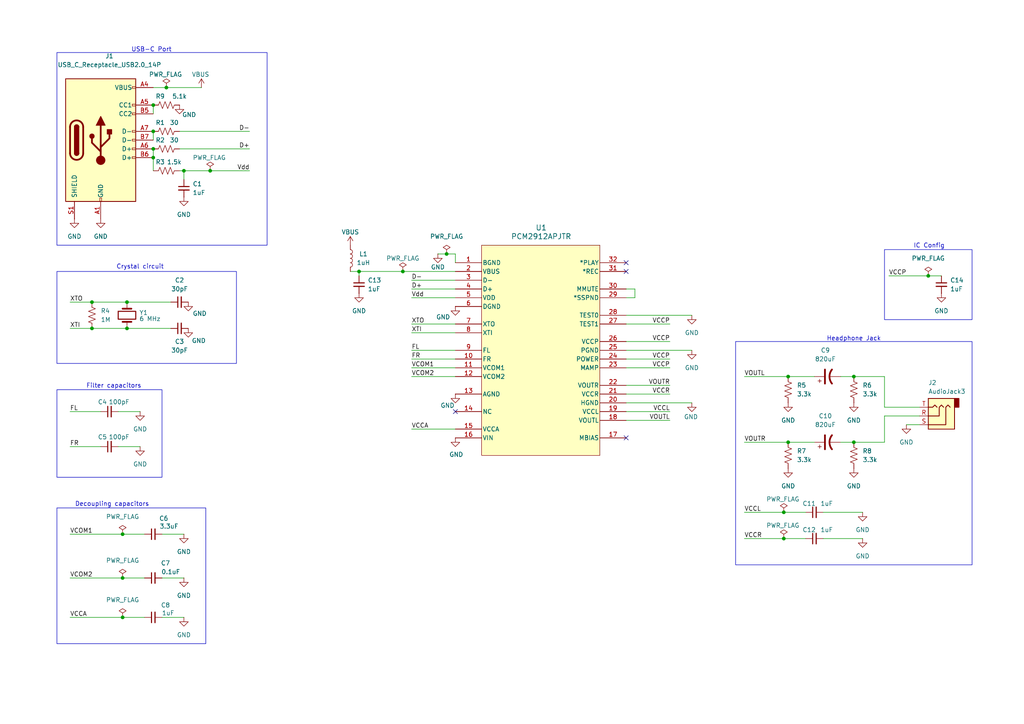
<source format=kicad_sch>
(kicad_sch (version 20231120) (generator "eeschema") (generator_version "8.0")
  (paper "A4")
  (title_block (title "USB DAC"))
  (lib_symbols
    (symbol "2024-07-12_22-03-46:PCM2912APJTR" (pin_names (offset 0.254))
      (property "Reference" "U" (at 24.13 10.16 0))
      (property "Value" "PCM2912APJTR" (at 24.13 7.62 0))
      (symbol "PCM2912APJTR_0_1"
        (pin power_in line (at 0 0 0) (length 7.62) (name "BGND") (number "1"))
        (pin power_in line (at 0 -30.48 0) (length 7.62) (name "VCOM1") (number "11"))
        (pin power_in line (at 0 -33.02 0) (length 7.62) (name "VCOM2") (number "12"))
        (pin power_in line (at 0 -38.1 0) (length 7.62) (name "AGND") (number "13"))
        (pin unspecified line (at 0 -43.18 0) (length 7.62) (name "NC") (number "14"))
        (pin power_in line (at 0 -48.26 0) (length 7.62) (name "VCCA") (number "15"))
        (pin input line (at 0 -50.8 0) (length 7.62) (name "VIN") (number "16"))
        (pin output line (at 49.53 -50.8 180) (length 7.62) (name "MBIAS") (number "17"))
        (pin output line (at 49.53 -45.72 180) (length 7.62) (name "VOUTL") (number "18"))
        (pin power_in line (at 49.53 -43.18 180) (length 7.62) (name "VCCL") (number "19"))
        (pin power_in line (at 0 -2.54 0) (length 7.62) (name "VBUS") (number "2"))
        (pin power_in line (at 49.53 -40.64 180) (length 7.62) (name "HGND") (number "20"))
        (pin power_in line (at 49.53 -38.1 180) (length 7.62) (name "VCCR") (number "21"))
        (pin output line (at 49.53 -35.56 180) (length 7.62) (name "VOUTR") (number "22"))
        (pin input line (at 49.53 -30.48 180) (length 7.62) (name "MAMP") (number "23"))
        (pin power_in line (at 49.53 -25.4 180) (length 7.62) (name "PGND") (number "25"))
        (pin power_in line (at 49.53 -22.86 180) (length 7.62) (name "VCCP") (number "26"))
        (pin input line (at 49.53 -17.78 180) (length 7.62) (name "TEST1") (number "27"))
        (pin input line (at 49.53 -15.24 180) (length 7.62) (name "TEST0") (number "28"))
        (pin output line (at 49.53 -10.16 180) (length 7.62) (name "*SSPND") (number "29"))
        (pin bidirectional line (at 0 -5.08 0) (length 7.62) (name "D-") (number "3"))
        (pin input line (at 49.53 -7.62 180) (length 7.62) (name "MMUTE") (number "30"))
        (pin output line (at 49.53 -2.54 180) (length 7.62) (name "*REC") (number "31"))
        (pin output line (at 49.53 0 180) (length 7.62) (name "*PLAY") (number "32"))
        (pin bidirectional line (at 0 -7.62 0) (length 7.62) (name "D+") (number "4"))
        (pin power_in line (at 0 -10.16 0) (length 7.62) (name "VDD") (number "5"))
        (pin power_in line (at 0 -12.7 0) (length 7.62) (name "DGND") (number "6"))
        (pin output line (at 0 -17.78 0) (length 7.62) (name "XTO") (number "7"))
        (pin input line (at 0 -20.32 0) (length 7.62) (name "XTI") (number "8"))
      )
      (symbol "PCM2912APJTR_1_1"
        (rectangle (start 7.62 5.08) (end 41.91 -55.88) (fill (type background)))
        (pin passive line (at 0 -27.94 0) (length 7.62) (name "FR") (number "10"))
        (pin input line (at 49.53 -27.94 180) (length 7.62) (name "POWER") (number "24"))
        (pin passive line (at 0 -25.4 0) (length 7.62) (name "FL") (number "9"))
      )
    )
    (symbol "Connector:USB_C_Receptacle_USB2.0_14P" (pin_names (offset 1.016))
      (property "Reference" "J" (at 0 22.225 0))
      (property "Value" "USB_C_Receptacle_USB2.0_14P" (at 0 19.685 0))
      (symbol "USB_C_Receptacle_USB2.0_14P_0_0"
        (rectangle (start -0.254 -17.78) (end 0.254 -16.764))
        (rectangle (start 10.16 -4.826) (end 9.144 -5.334))
        (rectangle (start 10.16 -2.286) (end 9.144 -2.794))
        (rectangle (start 10.16 0.254) (end 9.144 -0.254))
        (rectangle (start 10.16 2.794) (end 9.144 2.286))
        (rectangle (start 10.16 7.874) (end 9.144 7.366))
        (rectangle (start 10.16 10.414) (end 9.144 9.906))
        (rectangle (start 10.16 15.494) (end 9.144 14.986))
      )
      (symbol "USB_C_Receptacle_USB2.0_14P_0_1"
        (rectangle (start -10.16 17.78) (end 10.16 -17.78) (stroke (width 0.254)) (fill (type background)))
        (arc (start -8.89 -3.81) (mid -6.985 -5.7067) (end -5.08 -3.81) (stroke (width 0.508)))
        (arc (start -7.62 -3.81) (mid -6.985 -4.4423) (end -6.35 -3.81) (stroke (width 0.254)))
        (arc (start -7.62 -3.81) (mid -6.985 -4.4423) (end -6.35 -3.81) (stroke (width 0.254)) (fill (type outline)))
        (rectangle (start -7.62 -3.81) (end -6.35 3.81) (stroke (width 0.254)) (fill (type outline)))
        (arc (start -6.35 3.81) (mid -6.985 4.4423) (end -7.62 3.81) (stroke (width 0.254)))
        (arc (start -6.35 3.81) (mid -6.985 4.4423) (end -7.62 3.81) (stroke (width 0.254)) (fill (type outline)))
        (arc (start -5.08 3.81) (mid -6.985 5.7067) (end -8.89 3.81) (stroke (width 0.508)))
        (circle (center -2.54 1.143) (radius 0.635) (stroke (width 0.254)) (fill (type outline)))
        (circle (center 0 -5.842) (radius 1.27) (fill (type outline)))
        (polyline (pts (xy -8.89 -3.81) (xy -8.89 3.81)) (stroke (width 0.508)))
        (polyline (pts (xy -5.08 3.81) (xy -5.08 -3.81)) (stroke (width 0.508)))
        (polyline (pts (xy 0 -5.842) (xy 0 4.318)) (stroke (width 0.508)))
        (polyline (pts (xy 0 -3.302) (xy -2.54 -0.762) (xy -2.54 0.508)) (stroke (width 0.508)))
        (polyline (pts (xy 0 -2.032) (xy 2.54 0.508) (xy 2.54 1.778)) (stroke (width 0.508)))
        (polyline (pts (xy -1.27 4.318) (xy 0 6.858) (xy 1.27 4.318) (xy -1.27 4.318)) (stroke (width 0.254)) (fill (type outline)))
        (rectangle (start 1.905 1.778) (end 3.175 3.048) (stroke (width 0.254)) (fill (type outline)))
      )
      (symbol "USB_C_Receptacle_USB2.0_14P_1_1"
        (pin passive line (at 0 -22.86 90) (length 5.08) (name "GND") (number "A1"))
        (pin passive line (at 0 -22.86 90) (length 5.08) hide (name "GND") (number "A12"))
        (pin passive line (at 15.24 15.24 180) (length 5.08) (name "VBUS") (number "A4"))
        (pin bidirectional line (at 15.24 10.16 180) (length 5.08) (name "CC1") (number "A5"))
        (pin bidirectional line (at 15.24 -2.54 180) (length 5.08) (name "D+") (number "A6"))
        (pin bidirectional line (at 15.24 2.54 180) (length 5.08) (name "D-") (number "A7"))
        (pin passive line (at 15.24 15.24 180) (length 5.08) hide (name "VBUS") (number "A9"))
        (pin passive line (at 0 -22.86 90) (length 5.08) hide (name "GND") (number "B1"))
        (pin passive line (at 0 -22.86 90) (length 5.08) hide (name "GND") (number "B12"))
        (pin passive line (at 15.24 15.24 180) (length 5.08) hide (name "VBUS") (number "B4"))
        (pin bidirectional line (at 15.24 7.62 180) (length 5.08) (name "CC2") (number "B5"))
        (pin bidirectional line (at 15.24 -5.08 180) (length 5.08) (name "D+") (number "B6"))
        (pin bidirectional line (at 15.24 0 180) (length 5.08) (name "D-") (number "B7"))
        (pin passive line (at 15.24 15.24 180) (length 5.08) hide (name "VBUS") (number "B9"))
        (pin passive line (at -7.62 -22.86 90) (length 5.08) (name "SHIELD") (number "S1"))
      )
    )
    (symbol "Connector_Audio:AudioJack3"
      (property "Reference" "J" (at 0 8.89 0))
      (property "Value" "AudioJack3" (at 0 6.35 0))
      (symbol "AudioJack3_0_1"
        (rectangle (start -5.08 -5.08) (end -6.35 -2.54) (stroke (width 0.254)) (fill (type outline)))
        (polyline (pts (xy 0 -2.54) (xy 0.635 -3.175) (xy 1.27 -2.54) (xy 2.54 -2.54)) (stroke (width 0.254)))
        (polyline (pts (xy -1.905 -2.54) (xy -1.27 -3.175) (xy -0.635 -2.54) (xy -0.635 0) (xy 2.54 0)) (stroke (width 0.254)))
        (polyline (pts (xy 2.54 2.54) (xy -2.54 2.54) (xy -2.54 -2.54) (xy -3.175 -3.175) (xy -3.81 -2.54)) (stroke (width 0.254)))
        (rectangle (start 2.54 3.81) (end -5.08 -5.08) (stroke (width 0.254)) (fill (type background)))
      )
      (symbol "AudioJack3_1_1"
        (pin passive line (at 5.08 0 180) (length 2.54) (name "~") (number "R"))
        (pin passive line (at 5.08 2.54 180) (length 2.54) (name "~") (number "S"))
        (pin passive line (at 5.08 -2.54 180) (length 2.54) (name "~") (number "T"))
      )
    )
    (symbol "Device:C_Polarized_US" (pin_numbers hide) (pin_names (offset 0.254) hide)
      (property "Reference" "C" (at 0.635 2.54 0))
      (property "Value" "C_Polarized_US" (at 0.635 -2.54 0))
      (symbol "C_Polarized_US_0_1"
        (polyline (pts (xy -2.032 0.762) (xy 2.032 0.762)) (stroke (width 0.508)))
        (polyline (pts (xy -1.778 2.286) (xy -0.762 2.286)))
        (polyline (pts (xy -1.27 1.778) (xy -1.27 2.794)))
        (arc (start 2.032 -1.27) (mid 0 -0.5572) (end -2.032 -1.27) (stroke (width 0.508)))
      )
      (symbol "C_Polarized_US_1_1"
        (pin passive line (at 0 3.81 270) (length 2.794) (name "~") (number "1"))
        (pin passive line (at 0 -3.81 90) (length 3.302) (name "~") (number "2"))
      )
    )
    (symbol "Device:C_Small" (pin_numbers hide) (pin_names (offset 0.254) hide)
      (property "Reference" "C" (at 0.254 1.778 0))
      (property "Value" "C_Small" (at 0.254 -2.032 0))
      (symbol "C_Small_0_1"
        (polyline (pts (xy -1.524 -0.508) (xy 1.524 -0.508)) (stroke (width 0.3302)))
        (polyline (pts (xy -1.524 0.508) (xy 1.524 0.508)) (stroke (width 0.3048)))
      )
      (symbol "C_Small_1_1"
        (pin passive line (at 0 2.54 270) (length 2.032) (name "~") (number "1"))
        (pin passive line (at 0 -2.54 90) (length 2.032) (name "~") (number "2"))
      )
    )
    (symbol "Device:Crystal" (pin_numbers hide) (pin_names (offset 1.016) hide)
      (property "Reference" "Y" (at 0 3.81 0))
      (property "Value" "Crystal" (at 0 -3.81 0))
      (symbol "Crystal_0_1"
        (rectangle (start -1.143 2.54) (end 1.143 -2.54) (stroke (width 0.3048)))
        (polyline (pts (xy -2.54 0) (xy -1.905 0)))
        (polyline (pts (xy -1.905 -1.27) (xy -1.905 1.27)) (stroke (width 0.508)))
        (polyline (pts (xy 1.905 -1.27) (xy 1.905 1.27)) (stroke (width 0.508)))
        (polyline (pts (xy 2.54 0) (xy 1.905 0)))
      )
      (symbol "Crystal_1_1"
        (pin passive line (at -3.81 0 0) (length 1.27) (name "1") (number "1"))
        (pin passive line (at 3.81 0 180) (length 1.27) (name "2") (number "2"))
      )
    )
    (symbol "Device:L" (pin_numbers hide) (pin_names (offset 1.016) hide)
      (property "Reference" "L" (at -1.27 0 90))
      (property "Value" "L" (at 1.905 0 90))
      (symbol "L_0_1"
        (arc (start 0 -2.54) (mid 0.6323 -1.905) (end 0 -1.27))
        (arc (start 0 -1.27) (mid 0.6323 -0.635) (end 0 0))
        (arc (start 0 0) (mid 0.6323 0.635) (end 0 1.27))
        (arc (start 0 1.27) (mid 0.6323 1.905) (end 0 2.54))
      )
      (symbol "L_1_1"
        (pin passive line (at 0 3.81 270) (length 1.27) (name "1") (number "1"))
        (pin passive line (at 0 -3.81 90) (length 1.27) (name "2") (number "2"))
      )
    )
    (symbol "Device:R_US" (pin_numbers hide) (pin_names (offset 0))
      (property "Reference" "R" (at 2.54 0 90))
      (property "Value" "R_US" (at -2.54 0 90))
      (symbol "R_US_0_1"
        (polyline (pts (xy 0 -2.286) (xy 0 -2.54)))
        (polyline (pts (xy 0 2.286) (xy 0 2.54)))
        (polyline (pts (xy 0 -0.762) (xy 1.016 -1.143) (xy 0 -1.524) (xy -1.016 -1.905) (xy 0 -2.286)))
        (polyline (pts (xy 0 0.762) (xy 1.016 0.381) (xy 0 0) (xy -1.016 -0.381) (xy 0 -0.762)))
        (polyline (pts (xy 0 2.286) (xy 1.016 1.905) (xy 0 1.524) (xy -1.016 1.143) (xy 0 0.762)))
      )
      (symbol "R_US_1_1"
        (pin passive line (at 0 3.81 270) (length 1.27) (name "~") (number "1"))
        (pin passive line (at 0 -3.81 90) (length 1.27) (name "~") (number "2"))
      )
    )
    (symbol "power:GND" (power) (pin_numbers hide) (pin_names (offset 0) hide)
      (property "Value" "GND" (at 0 -3.81 0))
      (symbol "GND_0_1"
        (polyline (pts (xy 0 0) (xy 0 -1.27) (xy 1.27 -1.27) (xy 0 -2.54) (xy -1.27 -1.27) (xy 0 -1.27)))
      )
      (symbol "GND_1_1"
        (pin power_in line (at 0 0 270) (length 0) (name "~") (number "1"))
      )
    )
    (symbol "power:PWR_FLAG" (power) (pin_numbers hide) (pin_names (offset 0) hide)
      (property "Value" "PWR_FLAG" (at 0 3.81 0))
      (symbol "PWR_FLAG_0_0"
        (pin power_out line (at 0 0 90) (length 0) (name "~") (number "1"))
      )
      (symbol "PWR_FLAG_0_1"
        (polyline (pts (xy 0 0) (xy 0 1.27) (xy -1.016 1.905) (xy 0 2.54) (xy 1.016 1.905) (xy 0 1.27)))
      )
    )
    (symbol "power:VBUS" (power) (pin_numbers hide) (pin_names (offset 0) hide)
      (property "Value" "VBUS" (at 0 3.556 0))
      (symbol "VBUS_0_1"
        (polyline (pts (xy -0.762 1.27) (xy 0 2.54)))
        (polyline (pts (xy 0 0) (xy 0 2.54)))
        (polyline (pts (xy 0 2.54) (xy 0.762 1.27)))
      )
      (symbol "VBUS_1_1"
        (pin power_in line (at 0 0 90) (length 0) (name "~") (number "1"))
      )
    )
  )
  (junction (at 44.45 43.18))
  (junction (at 35.56 179.07))
  (junction (at 228.6 128.27))
  (junction (at 53.34 49.53))
  (junction (at 35.56 154.94))
  (junction (at 247.65 128.27))
  (junction (at 36.83 95.25))
  (junction (at 227.33 148.59))
  (junction (at 44.45 45.72))
  (junction (at 269.24 80.01))
  (junction (at 35.56 167.64))
  (junction (at 227.33 156.21))
  (junction (at 48.26 25.4))
  (junction (at 116.84 78.74))
  (junction (at 129.54 73.66))
  (junction (at 228.6 109.22))
  (junction (at 44.45 38.1))
  (junction (at 44.45 30.48))
  (junction (at 26.67 95.25))
  (junction (at 60.96 49.53))
  (junction (at 36.83 87.63))
  (junction (at 247.65 109.22))
  (junction (at 104.14 78.74))
  (junction (at 26.67 87.63))
  (no_connect (at 181.61 78.74))
  (no_connect (at 132.08 119.38))
  (no_connect (at 181.61 76.2))
  (no_connect (at 181.61 127))
  (wire (pts (xy 266.7 118.11) (xy 256.54 118.11)))
  (wire (pts (xy 36.83 87.63) (xy 49.53 87.63)))
  (wire (pts (xy 256.54 120.65) (xy 256.54 128.27)))
  (wire (pts (xy 132.08 73.66) (xy 129.54 73.66)))
  (wire (pts (xy 181.61 93.98) (xy 194.31 93.98)))
  (wire (pts (xy 119.38 96.52) (xy 132.08 96.52)))
  (wire (pts (xy 132.08 106.68) (xy 119.38 106.68)))
  (wire (pts (xy 181.61 106.68) (xy 194.31 106.68)))
  (wire (pts (xy 181.61 99.06) (xy 194.31 99.06)))
  (wire (pts (xy 257.81 80.01) (xy 269.24 80.01)))
  (wire (pts (xy 184.15 83.82) (xy 184.15 86.36)))
  (wire (pts (xy 53.34 167.64) (xy 46.99 167.64)))
  (wire (pts (xy 215.9 128.27) (xy 228.6 128.27)))
  (wire (pts (xy 40.64 129.54) (xy 34.29 129.54)))
  (wire (pts (xy 250.19 148.59) (xy 238.76 148.59)))
  (wire (pts (xy 53.34 49.53) (xy 60.96 49.53)))
  (wire (pts (xy 132.08 93.98) (xy 119.38 93.98)))
  (wire (pts (xy 129.54 73.66) (xy 127 73.66)))
  (wire (pts (xy 35.56 154.94) (xy 41.91 154.94)))
  (wire (pts (xy 243.84 109.22) (xy 247.65 109.22)))
  (wire (pts (xy 119.38 81.28) (xy 132.08 81.28)))
  (wire (pts (xy 262.89 123.19) (xy 266.7 123.19)))
  (wire (pts (xy 20.32 95.25) (xy 26.67 95.25)))
  (wire (pts (xy 228.6 128.27) (xy 236.22 128.27)))
  (wire (pts (xy 243.84 128.27) (xy 247.65 128.27)))
  (wire (pts (xy 101.6 78.74) (xy 104.14 78.74)))
  (wire (pts (xy 181.61 104.14) (xy 194.31 104.14)))
  (wire (pts (xy 181.61 119.38) (xy 194.31 119.38)))
  (wire (pts (xy 181.61 111.76) (xy 194.31 111.76)))
  (wire (pts (xy 228.6 109.22) (xy 236.22 109.22)))
  (wire (pts (xy 269.24 80.01) (xy 273.05 80.01)))
  (wire (pts (xy 200.66 91.44) (xy 181.61 91.44)))
  (wire (pts (xy 181.61 114.3) (xy 194.31 114.3)))
  (wire (pts (xy 52.07 49.53) (xy 53.34 49.53)))
  (wire (pts (xy 60.96 49.53) (xy 72.39 49.53)))
  (wire (pts (xy 215.9 109.22) (xy 228.6 109.22)))
  (wire (pts (xy 53.34 154.94) (xy 46.99 154.94)))
  (wire (pts (xy 227.33 156.21) (xy 233.68 156.21)))
  (wire (pts (xy 20.32 119.38) (xy 29.21 119.38)))
  (wire (pts (xy 184.15 86.36) (xy 181.61 86.36)))
  (wire (pts (xy 119.38 83.82) (xy 132.08 83.82)))
  (wire (pts (xy 53.34 52.07) (xy 53.34 49.53)))
  (wire (pts (xy 26.67 87.63) (xy 36.83 87.63)))
  (wire (pts (xy 119.38 86.36) (xy 132.08 86.36)))
  (wire (pts (xy 181.61 121.92) (xy 194.31 121.92)))
  (wire (pts (xy 116.84 78.74) (xy 132.08 78.74)))
  (wire (pts (xy 26.67 95.25) (xy 36.83 95.25)))
  (wire (pts (xy 40.64 119.38) (xy 34.29 119.38)))
  (wire (pts (xy 132.08 76.2) (xy 132.08 73.66)))
  (wire (pts (xy 104.14 78.74) (xy 116.84 78.74)))
  (wire (pts (xy 35.56 179.07) (xy 41.91 179.07)))
  (wire (pts (xy 215.9 156.21) (xy 227.33 156.21)))
  (wire (pts (xy 247.65 128.27) (xy 256.54 128.27)))
  (wire (pts (xy 266.7 120.65) (xy 256.54 120.65)))
  (wire (pts (xy 36.83 95.25) (xy 49.53 95.25)))
  (wire (pts (xy 119.38 101.6) (xy 132.08 101.6)))
  (wire (pts (xy 52.07 38.1) (xy 72.39 38.1)))
  (wire (pts (xy 256.54 118.11) (xy 256.54 109.22)))
  (wire (pts (xy 119.38 109.22) (xy 132.08 109.22)))
  (wire (pts (xy 104.14 78.74) (xy 104.14 80.01)))
  (wire (pts (xy 227.33 148.59) (xy 215.9 148.59)))
  (wire (pts (xy 181.61 83.82) (xy 184.15 83.82)))
  (wire (pts (xy 119.38 124.46) (xy 132.08 124.46)))
  (wire (pts (xy 200.66 116.84) (xy 181.61 116.84)))
  (wire (pts (xy 20.32 129.54) (xy 29.21 129.54)))
  (wire (pts (xy 52.07 43.18) (xy 72.39 43.18)))
  (wire (pts (xy 247.65 109.22) (xy 256.54 109.22)))
  (wire (pts (xy 20.32 87.63) (xy 26.67 87.63)))
  (wire (pts (xy 233.68 148.59) (xy 227.33 148.59)))
  (wire (pts (xy 35.56 167.64) (xy 41.91 167.64)))
  (wire (pts (xy 20.32 167.64) (xy 35.56 167.64)))
  (wire (pts (xy 53.34 179.07) (xy 46.99 179.07)))
  (wire (pts (xy 44.45 30.48) (xy 44.45 33.02)))
  (wire (pts (xy 250.19 156.21) (xy 238.76 156.21)))
  (wire (pts (xy 20.32 154.94) (xy 35.56 154.94)))
  (wire (pts (xy 44.45 25.4) (xy 48.26 25.4)))
  (wire (pts (xy 44.45 45.72) (xy 44.45 49.53)))
  (wire (pts (xy 44.45 43.18) (xy 44.45 45.72)))
  (wire (pts (xy 48.26 25.4) (xy 58.42 25.4)))
  (wire (pts (xy 20.32 179.07) (xy 35.56 179.07)))
  (wire (pts (xy 181.61 101.6) (xy 200.66 101.6)))
  (wire (pts (xy 119.38 104.14) (xy 132.08 104.14)))
  (wire (pts (xy 44.45 38.1) (xy 44.45 40.64)))
  (rectangle (start 256.54 72.39) (end 281.94 92.71))
  (rectangle (start 16.51 78.74) (end 68.58 105.41))
  (rectangle (start 16.51 15.24) (end 77.47 71.12))
  (rectangle (start 16.51 147.32) (end 59.69 186.69))
  (rectangle (start 213.36 99.06) (end 281.94 163.83))
  (rectangle (start 16.51 113.03) (end 46.99 138.43))
  (text "Filter capacitors" (at 33.02 112.014 0) (effects (font (size 1.27 1.27))))
  (text "Headphone Jack" (at 247.65 98.298 0) (effects (font (size 1.27 1.27))))
  (text "USB-C Port" (at 43.942 14.478 0) (effects (font (size 1.27 1.27))))
  (text "Crystal circuit" (at 40.64 77.47 0) (effects (font (size 1.27 1.27))))
  (text "Decoupling capacitors" (at 32.512 146.304 0) (effects (font (size 1.27 1.27))))
  (text "IC Config" (at 269.494 71.374 0) (effects (font (size 1.27 1.27))))
  (label "VCCA" (at 20.32 179.07 0))
  (label "Vdd" (at 119.38 86.36 0))
  (label "VCCR" (at 194.31 114.3 180))
  (label "VOUTR" (at 194.31 111.76 180))
  (label "VCCL" (at 194.31 119.38 180))
  (label "VOUTL" (at 215.9 109.22 0))
  (label "VCCP" (at 194.31 99.06 180))
  (label "XTI" (at 20.32 95.25 0))
  (label "VCCP" (at 194.31 93.98 180))
  (label "FR" (at 20.32 129.54 0))
  (label "D-" (at 72.39 38.1 180))
  (label "XTI" (at 119.38 96.52 0))
  (label "D-" (at 119.38 81.28 0))
  (label "VCOM1" (at 20.32 154.94 0))
  (label "FL" (at 119.38 101.6 0))
  (label "VCOM2" (at 20.32 167.64 0))
  (label "VCOM1" (at 119.38 106.68 0))
  (label "VOUTL" (at 194.31 121.92 180))
  (label "Vdd" (at 72.39 49.53 180))
  (label "FL" (at 20.32 119.38 0))
  (label "VCCP" (at 194.31 106.68 180))
  (label "VCCP" (at 257.81 80.01 0))
  (label "VCOM2" (at 119.38 109.22 0))
  (label "VOUTR" (at 215.9 128.27 0))
  (label "XTO" (at 119.38 93.98 0))
  (label "VCCP" (at 194.31 104.14 180))
  (label "FR" (at 119.38 104.14 0))
  (label "D+" (at 119.38 83.82 0))
  (label "VCCA" (at 119.38 124.46 0))
  (label "XTO" (at 20.32 87.63 0))
  (label "D+" (at 72.39 43.18 180))
  (label "VCCL" (at 215.9 148.59 0))
  (label "VCCR" (at 215.9 156.21 0))
  (symbol (lib_id "Device:R_US") (at 48.26 38.1 90) (unit 1)
    (property "Reference" "R1" (at 46.482 35.56 90))
    (property "Value" "30" (at 50.546 35.56 90))
    (property "Footprint" "Resistor_THT:R_Axial_DIN0207_L6.3mm_D2.5mm_P10.16mm_Horizontal" (effects (hide yes)))
    (property "Description" "Resistor, US symbol" (effects (hide yes)))
    (property "Mfr. #" "CF14JT30R0" (effects (hide yes)))
    (property "Mfr." "SEI Stackpole" (effects (hide yes)))
  )
  (symbol (lib_id "power:GND") (at 53.34 179.07 0) (unit 1)
    (property "Reference" "#PWR019" (effects (hide yes)))
    (property "Value" "GND" (at 53.34 184.15 0))
    (property "Description" "Power symbol creates a global label with name \"GND\" , ground" (effects (hide yes)))
  )
  (symbol (lib_id "power:GND") (at 250.19 156.21 0) (unit 1)
    (property "Reference" "#PWR027" (effects (hide yes)))
    (property "Value" "GND" (at 250.19 161.29 0))
    (property "Description" "Power symbol creates a global label with name \"GND\" , ground" (effects (hide yes)))
  )
  (symbol (lib_id "Device:C_Small") (at 53.34 54.61 0) (unit 1)
    (property "Reference" "C1" (at 55.88 53.3462 0) (effects (justify left)))
    (property "Value" "1uF" (at 55.88 55.8862 0) (effects (justify left)))
    (property "Footprint" "Capacitor_THT:C_Rect_L7.0mm_W2.0mm_P5.00mm" (effects (hide yes)))
    (property "Description" "Unpolarized capacitor, small symbol" (effects (hide yes)))
    (property "Mfr. #" "FG28X7R1E105KRT00 " (effects (hide yes)))
    (property "Mfr." "TDK" (effects (hide yes)))
  )
  (symbol (lib_id "power:GND") (at 52.07 30.48 0) (unit 1)
    (property "Reference" "#PWR08" (effects (hide yes)))
    (property "Value" "GND" (at 54.864 33.274 0))
    (property "Description" "Power symbol creates a global label with name \"GND\" , ground" (effects (hide yes)))
  )
  (symbol (lib_id "power:GND") (at 200.66 116.84 0) (unit 1)
    (property "Reference" "#PWR021" (effects (hide yes)))
    (property "Value" "GND" (at 200.406 120.904 0))
    (property "Description" "Power symbol creates a global label with name \"GND\" , ground" (effects (hide yes)))
  )
  (symbol (lib_id "power:GND") (at 228.6 116.84 0) (unit 1)
    (property "Reference" "#PWR022" (effects (hide yes)))
    (property "Value" "GND" (at 228.6 121.92 0))
    (property "Description" "Power symbol creates a global label with name \"GND\" , ground" (effects (hide yes)))
  )
  (symbol (lib_id "power:PWR_FLAG") (at 60.96 49.53 0) (unit 1)
    (property "Reference" "#FLG03" (effects (hide yes)))
    (property "Value" "PWR_FLAG" (at 60.706 45.72 0))
    (property "Description" "Special symbol for telling ERC where power comes from" (effects (hide yes)))
  )
  (symbol (lib_id "power:PWR_FLAG") (at 129.54 73.66 0) (unit 1)
    (property "Reference" "#FLG07" (effects (hide yes)))
    (property "Value" "PWR_FLAG" (at 129.54 68.58 0))
    (property "Description" "Special symbol for telling ERC where power comes from" (effects (hide yes)))
  )
  (symbol (lib_id "Device:C_Small") (at 31.75 119.38 90) (unit 1)
    (property "Reference" "C4" (at 29.718 116.586 90))
    (property "Value" "100pF" (at 34.544 116.586 90))
    (property "Footprint" "Capacitor_THT:C_Rect_L7.0mm_W2.0mm_P5.00mm" (effects (hide yes)))
    (property "Description" "Unpolarized capacitor, small symbol" (effects (hide yes)))
    (property "Mfr. #" "XR501101K040HAND5P" (effects (hide yes)))
    (property "Mfr." "Walsin" (effects (hide yes)))
  )
  (symbol (lib_id "power:GND") (at 262.89 123.19 0) (unit 1)
    (property "Reference" "#PWR018" (effects (hide yes)))
    (property "Value" "GND" (at 262.89 128.27 0))
    (property "Description" "Power symbol creates a global label with name \"GND\" , ground" (effects (hide yes)))
  )
  (symbol (lib_id "power:PWR_FLAG") (at 35.56 154.94 0) (unit 1)
    (property "Reference" "#FLG06" (effects (hide yes)))
    (property "Value" "PWR_FLAG" (at 35.56 149.86 0))
    (property "Description" "Special symbol for telling ERC where power comes from" (effects (hide yes)))
  )
  (symbol (lib_id "power:PWR_FLAG") (at 227.33 148.59 0) (unit 1)
    (property "Reference" "#FLG01" (effects (hide yes)))
    (property "Value" "PWR_FLAG" (at 227.076 144.78 0))
    (property "Description" "Special symbol for telling ERC where power comes from" (effects (hide yes)))
  )
  (symbol (lib_id "Connector_Audio:AudioJack3") (at 271.78 120.65 180) (unit 1)
    (property "Reference" "J2" (at 269.24 110.998 0) (effects (justify right)))
    (property "Value" "AudioJack3" (at 269.24 113.538 0) (effects (justify right)))
    (property "Footprint" "Connector_Audio:Jack_3.5mm_CUI_SJ1-3523N_Horizontal" (effects (hide yes)))
    (property "Description" "Audio Jack, 3 Poles (Stereo / TRS)" (effects (hide yes)))
    (property "Mfr. #" "SJ1-3523N" (effects (hide yes)))
    (property "Mfr." "CUI Devices " (effects (hide yes)))
  )
  (symbol (lib_id "Device:R_US") (at 247.65 113.03 0) (unit 1)
    (property "Reference" "R6" (at 250.19 111.7599 0) (effects (justify left)))
    (property "Value" "3.3k" (at 250.19 114.2999 0) (effects (justify left)))
    (property "Footprint" "Resistor_THT:R_Axial_DIN0207_L6.3mm_D2.5mm_P10.16mm_Horizontal" (effects (hide yes)))
    (property "Description" "Resistor, US symbol" (effects (hide yes)))
    (property "Mfr. #" "CFM14JT3K30" (effects (hide yes)))
    (property "Mfr." "SEI Stackpole" (effects (hide yes)))
  )
  (symbol (lib_id "Device:C_Small") (at 236.22 148.59 90) (unit 1)
    (property "Reference" "C11" (at 234.696 146.05 90))
    (property "Value" "1uF" (at 239.776 146.05 90))
    (property "Footprint" "Capacitor_THT:C_Rect_L7.0mm_W2.0mm_P5.00mm" (effects (hide yes)))
    (property "Description" "Unpolarized capacitor, small symbol" (effects (hide yes)))
    (property "Mfr. #" "FG28X7R1E105KRT00 " (effects (hide yes)))
    (property "Mfr." "TDK" (effects (hide yes)))
  )
  (symbol (lib_id "Device:R_US") (at 228.6 113.03 0) (unit 1)
    (property "Reference" "R5" (at 231.14 111.7599 0) (effects (justify left)))
    (property "Value" "3.3k" (at 231.14 114.2999 0) (effects (justify left)))
    (property "Footprint" "Resistor_THT:R_Axial_DIN0207_L6.3mm_D2.5mm_P10.16mm_Horizontal" (effects (hide yes)))
    (property "Description" "Resistor, US symbol" (effects (hide yes)))
    (property "Mfr. #" "CFM14JT3K30" (effects (hide yes)))
    (property "Mfr." "SEI Stackpole" (effects (hide yes)))
  )
  (symbol (lib_id "power:GND") (at 200.66 101.6 0) (unit 1)
    (property "Reference" "#PWR028" (effects (hide yes)))
    (property "Value" "GND" (at 200.66 106.68 0))
    (property "Description" "Power symbol creates a global label with name \"GND\" , ground" (effects (hide yes)))
  )
  (symbol (lib_id "Device:Crystal") (at 36.83 91.44 90) (unit 1)
    (property "Reference" "Y1" (at 40.386 90.678 90) (effects (justify right)))
    (property "Value" "6 MHz" (at 40.386 92.456 90) (effects (justify right)))
    (property "Footprint" "Crystal:Crystal_HC49-U_Vertical" (effects (hide yes)))
    (property "Description" "Two pin crystal" (effects (hide yes)))
    (property "Mfr. #" "ATS060" (effects (hide yes)))
    (property "Mfr." "CTS Electronic Components" (effects (hide yes)))
  )
  (symbol (lib_id "power:GND") (at 53.34 57.15 0) (unit 1)
    (property "Reference" "#PWR09" (effects (hide yes)))
    (property "Value" "GND" (at 53.34 62.23 0))
    (property "Description" "Power symbol creates a global label with name \"GND\" , ground" (effects (hide yes)))
  )
  (symbol (lib_id "power:GND") (at 21.59 63.5 0) (unit 1)
    (property "Reference" "#PWR01" (effects (hide yes)))
    (property "Value" "GND" (at 21.59 68.58 0))
    (property "Description" "Power symbol creates a global label with name \"GND\" , ground" (effects (hide yes)))
  )
  (symbol (lib_id "power:VBUS") (at 58.42 25.4 0) (unit 1)
    (property "Reference" "#PWR05" (effects (hide yes)))
    (property "Value" "VBUS" (at 58.166 21.59 0))
    (property "Description" "Power symbol creates a global label with name \"VBUS\"" (effects (hide yes)))
  )
  (symbol (lib_id "Device:R_US") (at 48.26 30.48 90) (unit 1)
    (property "Reference" "R9" (at 46.482 27.94 90))
    (property "Value" "5.1k" (at 52.07 27.94 90))
    (property "Footprint" "Resistor_THT:R_Axial_DIN0207_L6.3mm_D2.5mm_P10.16mm_Horizontal" (effects (hide yes)))
    (property "Description" "Resistor, US symbol" (effects (hide yes)))
    (property "Mfr. #" "CF18JT5K10" (effects (hide yes)))
    (property "Mfr." "SEI Stackpole" (effects (hide yes)))
  )
  (symbol (lib_id "power:PWR_FLAG") (at 48.26 25.4 0) (unit 1)
    (property "Reference" "#FLG05" (effects (hide yes)))
    (property "Value" "PWR_FLAG" (at 48.006 21.59 0))
    (property "Description" "Special symbol for telling ERC where power comes from" (effects (hide yes)))
  )
  (symbol (lib_id "Device:C_Small") (at 31.75 129.54 90) (unit 1)
    (property "Reference" "C5" (at 29.718 126.746 90))
    (property "Value" "100pF" (at 34.544 126.746 90))
    (property "Footprint" "Capacitor_THT:C_Rect_L7.0mm_W2.0mm_P5.00mm" (effects (hide yes)))
    (property "Description" "Unpolarized capacitor, small symbol" (effects (hide yes)))
    (property "Mfr. #" "XR501101K040HAND5P" (effects (hide yes)))
    (property "Mfr." "Walsin" (effects (hide yes)))
  )
  (symbol (lib_id "power:GND") (at 40.64 119.38 0) (unit 1)
    (property "Reference" "#PWR015" (effects (hide yes)))
    (property "Value" "GND" (at 40.64 124.46 0))
    (property "Description" "Power symbol creates a global label with name \"GND\" , ground" (effects (hide yes)))
  )
  (symbol (lib_id "power:PWR_FLAG") (at 116.84 78.74 0) (unit 1)
    (property "Reference" "#FLG04" (effects (hide yes)))
    (property "Value" "PWR_FLAG" (at 116.84 74.93 0))
    (property "Description" "Special symbol for telling ERC where power comes from" (effects (hide yes)))
  )
  (symbol (lib_id "power:GND") (at 40.64 129.54 0) (unit 1)
    (property "Reference" "#PWR014" (effects (hide yes)))
    (property "Value" "GND" (at 40.64 134.62 0))
    (property "Description" "Power symbol creates a global label with name \"GND\" , ground" (effects (hide yes)))
  )
  (symbol (lib_id "power:GND") (at 132.08 88.9 0) (unit 1)
    (property "Reference" "#PWR07" (effects (hide yes)))
    (property "Value" "GND" (at 128.524 91.948 0))
    (property "Description" "Power symbol creates a global label with name \"GND\" , ground" (effects (hide yes)))
  )
  (symbol (lib_id "power:GND") (at 247.65 116.84 0) (unit 1)
    (property "Reference" "#PWR023" (effects (hide yes)))
    (property "Value" "GND" (at 247.65 121.92 0))
    (property "Description" "Power symbol creates a global label with name \"GND\" , ground" (effects (hide yes)))
  )
  (symbol (lib_id "power:GND") (at 132.08 127 0) (unit 1)
    (property "Reference" "#PWR020" (effects (hide yes)))
    (property "Value" "GND" (at 132.334 131.826 0))
    (property "Description" "Power symbol creates a global label with name \"GND\" , ground" (effects (hide yes)))
  )
  (symbol (lib_id "Device:C_Small") (at 273.05 82.55 0) (unit 1)
    (property "Reference" "C14" (at 275.59 81.2862 0) (effects (justify left)))
    (property "Value" "1uF" (at 275.59 83.8262 0) (effects (justify left)))
    (property "Footprint" "Capacitor_THT:C_Rect_L7.0mm_W2.0mm_P5.00mm" (effects (hide yes)))
    (property "Description" "Unpolarized capacitor, small symbol" (effects (hide yes)))
    (property "Mfr. #" "FG28X7R1E105KRT00 " (effects (hide yes)))
    (property "Mfr." "TDK" (effects (hide yes)))
  )
  (symbol (lib_id "power:VBUS") (at 101.6 71.12 0) (unit 1)
    (property "Reference" "#PWR06" (effects (hide yes)))
    (property "Value" "VBUS" (at 101.6 67.31 0))
    (property "Description" "Power symbol creates a global label with name \"VBUS\"" (effects (hide yes)))
  )
  (symbol (lib_id "power:PWR_FLAG") (at 35.56 179.07 0) (unit 1)
    (property "Reference" "#FLG09" (effects (hide yes)))
    (property "Value" "PWR_FLAG" (at 35.56 173.99 0))
    (property "Description" "Special symbol for telling ERC where power comes from" (effects (hide yes)))
  )
  (symbol (lib_id "Device:R_US") (at 247.65 132.08 0) (unit 1)
    (property "Reference" "R8" (at 250.19 130.8099 0) (effects (justify left)))
    (property "Value" "3.3k" (at 250.19 133.3499 0) (effects (justify left)))
    (property "Footprint" "Resistor_THT:R_Axial_DIN0207_L6.3mm_D2.5mm_P10.16mm_Horizontal" (effects (hide yes)))
    (property "Description" "Resistor, US symbol" (effects (hide yes)))
    (property "Mfr. #" "CFM14JT3K30" (effects (hide yes)))
    (property "Mfr." "SEI Stackpole" (effects (hide yes)))
  )
  (symbol (lib_id "Device:R_US") (at 48.26 49.53 90) (unit 1)
    (property "Reference" "R3" (at 46.482 46.99 90))
    (property "Value" "1.5k" (at 50.546 46.99 90))
    (property "Footprint" "Resistor_THT:R_Axial_DIN0207_L6.3mm_D2.5mm_P10.16mm_Horizontal" (effects (hide yes)))
    (property "Description" "Resistor, US symbol" (effects (hide yes)))
    (property "Mfr. #" " CFR-12JB-52-1K5 " (effects (hide yes)))
    (property "Mfr." "YAGEO" (effects (hide yes)))
  )
  (symbol (lib_id "power:PWR_FLAG") (at 227.33 156.21 0) (unit 1)
    (property "Reference" "#FLG02" (effects (hide yes)))
    (property "Value" "PWR_FLAG" (at 227.076 152.4 0))
    (property "Description" "Special symbol for telling ERC where power comes from" (effects (hide yes)))
  )
  (symbol (lib_id "power:GND") (at 247.65 135.89 0) (unit 1)
    (property "Reference" "#PWR025" (effects (hide yes)))
    (property "Value" "GND" (at 247.65 140.97 0))
    (property "Description" "Power symbol creates a global label with name \"GND\" , ground" (effects (hide yes)))
  )
  (symbol (lib_id "Device:C_Small") (at 52.07 87.63 90) (unit 1)
    (property "Reference" "C2" (at 52.0763 81.28 90))
    (property "Value" "30pF" (at 52.0763 83.82 90))
    (property "Footprint" "Capacitor_THT:C_Rect_L7.0mm_W2.0mm_P5.00mm" (effects (hide yes)))
    (property "Description" "Unpolarized capacitor, small symbol" (effects (hide yes)))
    (property "Mfr. #" "K300J10C0GF5UH5" (effects (hide yes)))
    (property "Mfr." " Vishay" (effects (hide yes)))
  )
  (symbol (lib_id "Device:R_US") (at 26.67 91.44 0) (unit 1)
    (property "Reference" "R4" (at 29.21 90.1699 0) (effects (justify left)))
    (property "Value" "1M" (at 29.21 92.7099 0) (effects (justify left)))
    (property "Footprint" "Resistor_THT:R_Axial_DIN0207_L6.3mm_D2.5mm_P10.16mm_Horizontal" (effects (hide yes)))
    (property "Description" "Resistor, US symbol" (effects (hide yes)))
    (property "Mfr. #" "RNF18FTD1M00" (effects (hide yes)))
    (property "Mfr." "SEI Stackpole" (effects (hide yes)))
  )
  (symbol (lib_id "Device:L") (at 101.6 74.93 0) (unit 1)
    (property "Reference" "L1" (at 105.41 73.66 0))
    (property "Value" "1uH" (at 105.41 76.2 0))
    (property "Footprint" "Inductor_THT:L_Axial_L5.3mm_D2.2mm_P7.62mm_Horizontal_Vishay_IM-1" (effects (hide yes)))
    (property "Description" "Inductor" (effects (hide yes)))
    (property "Mfr. #" " AICC-02-1R0M-T " (effects (hide yes)))
    (property "Mfr." "ABRACON" (effects (hide yes)))
  )
  (symbol (lib_id "power:GND") (at 53.34 167.64 0) (unit 1)
    (property "Reference" "#PWR017" (effects (hide yes)))
    (property "Value" "GND" (at 53.34 172.72 0))
    (property "Description" "Power symbol creates a global label with name \"GND\" , ground" (effects (hide yes)))
  )
  (symbol (lib_id "Device:C_Small") (at 52.07 95.25 90) (unit 1)
    (property "Reference" "C3" (at 52.07 99.06 90))
    (property "Value" "30pF" (at 52.07 101.6 90))
    (property "Footprint" "Capacitor_THT:C_Rect_L7.0mm_W2.0mm_P5.00mm" (effects (hide yes)))
    (property "Description" "Unpolarized capacitor, small symbol" (effects (hide yes)))
    (property "Mfr. #" "K300J10C0GF5UH5" (effects (hide yes)))
    (property "Mfr." " Vishay" (effects (hide yes)))
  )
  (symbol (lib_id "Device:C_Small") (at 104.14 82.55 0) (unit 1)
    (property "Reference" "C13" (at 106.68 81.2862 0) (effects (justify left)))
    (property "Value" "1uF" (at 106.68 83.8262 0) (effects (justify left)))
    (property "Footprint" "Capacitor_THT:C_Rect_L7.0mm_W2.0mm_P5.00mm" (effects (hide yes)))
    (property "Description" "Unpolarized capacitor, small symbol" (effects (hide yes)))
    (property "Mfr. #" "FG28X7R1E105KRT00 " (effects (hide yes)))
    (property "Mfr." "TDK" (effects (hide yes)))
  )
  (symbol (lib_id "Connector:USB_C_Receptacle_USB2.0_14P") (at 29.21 40.64 0) (unit 1)
    (property "Reference" "J1" (at 31.75 16.256 0))
    (property "Value" "USB_C_Receptacle_USB2.0_14P" (at 31.75 18.796 0))
    (property "Footprint" "Connector_USB:USB_C_Receptacle_GCT_USB4105-xx-A_16P_TopMnt_Horizontal" (effects (hide yes)))
    (property "Description" "USB 2.0-only 14P Type-C Receptacle connector" (effects (hide yes)))
    (property "Mfr. #" "USB4085" (effects (hide yes)))
    (property "Mfr." "GCT" (effects (hide yes)))
  )
  (symbol (lib_id "Device:C_Small") (at 44.45 179.07 90) (unit 1)
    (property "Reference" "C8" (at 48.006 175.514 90))
    (property "Value" "1uF" (at 48.768 177.8 90))
    (property "Footprint" "Capacitor_THT:C_Rect_L7.0mm_W2.0mm_P5.00mm" (effects (hide yes)))
    (property "Description" "Unpolarized capacitor, small symbol" (effects (hide yes)))
    (property "Mfr. #" "FG28X7R1E105KRT00 " (effects (hide yes)))
    (property "Mfr." "TDK" (effects (hide yes)))
  )
  (symbol (lib_id "power:GND") (at 132.08 114.3 0) (unit 1)
    (property "Reference" "#PWR013" (effects (hide yes)))
    (property "Value" "GND" (at 129.794 117.602 0))
    (property "Description" "Power symbol creates a global label with name \"GND\" , ground" (effects (hide yes)))
  )
  (symbol (lib_id "Device:C_Small") (at 44.45 154.94 90) (unit 1)
    (property "Reference" "C6" (at 47.498 150.368 90))
    (property "Value" "3.3uF" (at 49.022 152.654 90))
    (property "Footprint" "Capacitor_THT:C_Rect_L7.0mm_W2.0mm_P5.00mm" (effects (hide yes)))
    (property "Description" "Unpolarized capacitor, small symbol" (effects (hide yes)))
    (property "Mfr. #" "FA24X7R1E335KRU06" (effects (hide yes)))
    (property "Mfr." "TDK" (effects (hide yes)))
  )
  (symbol (lib_id "power:GND") (at 250.19 148.59 0) (unit 1)
    (property "Reference" "#PWR026" (effects (hide yes)))
    (property "Value" "GND" (at 250.19 153.67 0))
    (property "Description" "Power symbol creates a global label with name \"GND\" , ground" (effects (hide yes)))
  )
  (symbol (lib_id "Device:C_Polarized_US") (at 240.03 109.22 90) (unit 1)
    (property "Reference" "C9" (at 239.395 101.6 90))
    (property "Value" "820uF" (at 239.395 104.14 90))
    (property "Footprint" "Capacitor_THT:CP_Radial_D8.0mm_P3.50mm" (effects (hide yes)))
    (property "Description" "Polarized capacitor, US symbol" (effects (hide yes)))
    (property "Mfr. #" "6.3ZLH820MEFC8X11.5" (effects (hide yes)))
    (property "Mfr." "Rubycon" (effects (hide yes)))
  )
  (symbol (lib_id "Device:R_US") (at 48.26 43.18 90) (unit 1)
    (property "Reference" "R2" (at 46.482 40.64 90))
    (property "Value" "30" (at 50.546 40.64 90))
    (property "Footprint" "Resistor_THT:R_Axial_DIN0207_L6.3mm_D2.5mm_P10.16mm_Horizontal" (effects (hide yes)))
    (property "Description" "Resistor, US symbol" (effects (hide yes)))
    (property "Mfr. #" "CF14JT30R0" (effects (hide yes)))
    (property "Mfr." "SEI Stackpole" (effects (hide yes)))
  )
  (symbol (lib_id "power:GND") (at 273.05 85.09 0) (unit 1)
    (property "Reference" "#PWR030" (effects (hide yes)))
    (property "Value" "GND" (at 273.05 90.17 0))
    (property "Description" "Power symbol creates a global label with name \"GND\" , ground" (effects (hide yes)))
  )
  (symbol (lib_id "power:GND") (at 127 73.66 0) (unit 1)
    (property "Reference" "#PWR03" (effects (hide yes)))
    (property "Value" "GND" (at 127 77.47 0))
    (property "Description" "Power symbol creates a global label with name \"GND\" , ground" (effects (hide yes)))
  )
  (symbol (lib_id "power:GND") (at 54.61 95.25 0) (unit 1)
    (property "Reference" "#PWR011" (effects (hide yes)))
    (property "Value" "GND" (at 57.658 98.806 0))
    (property "Description" "Power symbol creates a global label with name \"GND\" , ground" (effects (hide yes)))
  )
  (symbol (lib_id "2024-07-12_22-03-46:PCM2912APJTR") (at 132.08 76.2 0) (unit 1)
    (property "Reference" "U1" (at 156.972 66.04 0) (effects (font (size 1.524 1.524))))
    (property "Value" "PCM2912APJTR" (at 156.972 68.58 0) (effects (font (size 1.524 1.524))))
    (property "Footprint" "Package_QFP:TQFP-32_7x7mm_P0.8mm" (effects (hide yes)))
    (property "Datasheet" "PCM2912APJTR" (effects (hide yes)))
    (property "Description" "DAC IC" (effects (hide yes)))
    (property "Mfr. #" "PCM2912APJTR" (effects (hide yes)))
    (property "Mfr." "Texas Instruments" (effects (hide yes)))
  )
  (symbol (lib_id "power:GND") (at 53.34 154.94 0) (unit 1)
    (property "Reference" "#PWR016" (effects (hide yes)))
    (property "Value" "GND" (at 53.34 160.02 0))
    (property "Description" "Power symbol creates a global label with name \"GND\" , ground" (effects (hide yes)))
  )
  (symbol (lib_id "Device:R_US") (at 228.6 132.08 0) (unit 1)
    (property "Reference" "R7" (at 231.14 130.8099 0) (effects (justify left)))
    (property "Value" "3.3k" (at 231.14 133.3499 0) (effects (justify left)))
    (property "Footprint" "Resistor_THT:R_Axial_DIN0207_L6.3mm_D2.5mm_P10.16mm_Horizontal" (effects (hide yes)))
    (property "Description" "Resistor, US symbol" (effects (hide yes)))
    (property "Mfr. #" "CFM14JT3K30" (effects (hide yes)))
    (property "Mfr." "SEI Stackpole" (effects (hide yes)))
  )
  (symbol (lib_id "power:GND") (at 54.61 87.63 0) (unit 1)
    (property "Reference" "#PWR010" (effects (hide yes)))
    (property "Value" "GND" (at 57.912 90.932 0))
    (property "Description" "Power symbol creates a global label with name \"GND\" , ground" (effects (hide yes)))
  )
  (symbol (lib_id "power:PWR_FLAG") (at 35.56 167.64 0) (unit 1)
    (property "Reference" "#FLG08" (effects (hide yes)))
    (property "Value" "PWR_FLAG" (at 35.56 162.56 0))
    (property "Description" "Special symbol for telling ERC where power comes from" (effects (hide yes)))
  )
  (symbol (lib_id "Device:C_Small") (at 236.22 156.21 90) (unit 1)
    (property "Reference" "C12" (at 234.696 153.67 90))
    (property "Value" "1uF" (at 239.776 153.67 90))
    (property "Footprint" "Capacitor_THT:C_Rect_L7.0mm_W2.0mm_P5.00mm" (effects (hide yes)))
    (property "Description" "Unpolarized capacitor, small symbol" (effects (hide yes)))
    (property "Mfr. #" "FG28X7R1E105KRT00 " (effects (hide yes)))
    (property "Mfr." "TDK" (effects (hide yes)))
  )
  (symbol (lib_id "power:PWR_FLAG") (at 269.24 80.01 0) (unit 1)
    (property "Reference" "#FLG010" (effects (hide yes)))
    (property "Value" "PWR_FLAG" (at 269.24 74.93 0))
    (property "Description" "Special symbol for telling ERC where power comes from" (effects (hide yes)))
  )
  (symbol (lib_id "power:GND") (at 104.14 85.09 0) (unit 1)
    (property "Reference" "#PWR04" (effects (hide yes)))
    (property "Value" "GND" (at 104.14 90.17 0))
    (property "Description" "Power symbol creates a global label with name \"GND\" , ground" (effects (hide yes)))
  )
  (symbol (lib_id "power:GND") (at 29.21 63.5 0) (unit 1)
    (property "Reference" "#PWR02" (effects (hide yes)))
    (property "Value" "GND" (at 29.21 68.58 0))
    (property "Description" "Power symbol creates a global label with name \"GND\" , ground" (effects (hide yes)))
  )
  (symbol (lib_id "Device:C_Small") (at 44.45 167.64 90) (unit 1)
    (property "Reference" "C7" (at 48.006 163.322 90))
    (property "Value" "0.1uF" (at 49.53 165.862 90))
    (property "Footprint" "Capacitor_THT:C_Rect_L7.0mm_W2.0mm_P5.00mm" (effects (hide yes)))
    (property "Description" "Unpolarized capacitor, small symbol" (effects (hide yes)))
    (property "Mfr. #" "K104K10X7RF5UH5" (effects (hide yes)))
    (property "Mfr." "Vishay" (effects (hide yes)))
  )
  (symbol (lib_id "power:GND") (at 200.66 91.44 0) (unit 1)
    (property "Reference" "#PWR012" (effects (hide yes)))
    (property "Value" "GND" (at 200.66 96.52 0))
    (property "Description" "Power symbol creates a global label with name \"GND\" , ground" (effects (hide yes)))
  )
  (symbol (lib_id "power:GND") (at 228.6 135.89 0) (unit 1)
    (property "Reference" "#PWR024" (effects (hide yes)))
    (property "Value" "GND" (at 228.6 140.97 0))
    (property "Description" "Power symbol creates a global label with name \"GND\" , ground" (effects (hide yes)))
  )
  (symbol (lib_id "Device:C_Polarized_US") (at 240.03 128.27 90) (unit 1)
    (property "Reference" "C10" (at 239.395 120.65 90))
    (property "Value" "820uF" (at 239.395 123.19 90))
    (property "Footprint" "Capacitor_THT:CP_Radial_D8.0mm_P3.50mm" (effects (hide yes)))
    (property "Description" "Polarized capacitor, US symbol" (effects (hide yes)))
    (property "Mfr. #" "6.3ZLH820MEFC8X11.5" (effects (hide yes)))
    (property "Mfr." "Rubycon" (effects (hide yes)))
  )
)
</source>
